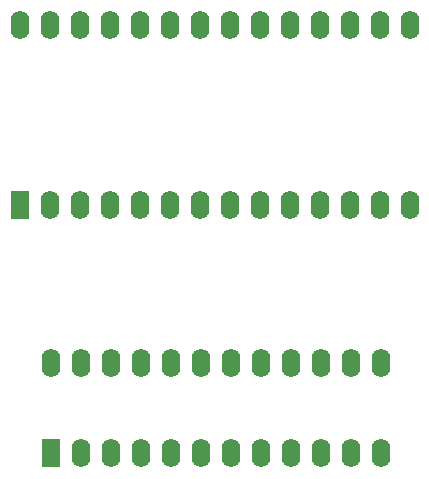
<source format=gbr>
%TF.GenerationSoftware,KiCad,Pcbnew,8.0.2-8.0.2-0~ubuntu24.04.1*%
%TF.CreationDate,2024-06-01T21:52:56+10:00*%
%TF.ProjectId,NES_RAM-ADAPTER,4e45535f-5241-44d2-9d41-444150544552,rev?*%
%TF.SameCoordinates,Original*%
%TF.FileFunction,Soldermask,Bot*%
%TF.FilePolarity,Negative*%
%FSLAX46Y46*%
G04 Gerber Fmt 4.6, Leading zero omitted, Abs format (unit mm)*
G04 Created by KiCad (PCBNEW 8.0.2-8.0.2-0~ubuntu24.04.1) date 2024-06-01 21:52:56*
%MOMM*%
%LPD*%
G01*
G04 APERTURE LIST*
%ADD10O,1.600000X2.400000*%
%ADD11R,1.600000X2.400000*%
G04 APERTURE END LIST*
D10*
%TO.C,DIP-28_SRAM*%
X121315000Y-64955000D03*
X123855000Y-64955000D03*
X126395000Y-64955000D03*
X128935000Y-64955000D03*
X131475000Y-64955000D03*
X134015000Y-64955000D03*
X136555000Y-64955000D03*
X139095000Y-64955000D03*
X141635000Y-64955000D03*
X144175000Y-64955000D03*
X146715000Y-64955000D03*
X149255000Y-64955000D03*
X151795000Y-64955000D03*
X154335000Y-64955000D03*
X154335000Y-80195000D03*
X151795000Y-80195000D03*
X149255000Y-80195000D03*
X146715000Y-80195000D03*
X144175000Y-80195000D03*
X141635000Y-80195000D03*
X139095000Y-80195000D03*
X136555000Y-80195000D03*
X134015000Y-80195000D03*
X131475000Y-80195000D03*
X128935000Y-80195000D03*
X126395000Y-80195000D03*
X123855000Y-80195000D03*
D11*
X121315000Y-80195000D03*
%TD*%
%TO.C,NES_MAINBOARD_DIP24RAMPADS*%
X123952000Y-101219000D03*
D10*
X126492000Y-101219000D03*
X129032000Y-101219000D03*
X131572000Y-101219000D03*
X134112000Y-101219000D03*
X136652000Y-101219000D03*
X139192000Y-101219000D03*
X141732000Y-101219000D03*
X144272000Y-101219000D03*
X146812000Y-101219000D03*
X149352000Y-101219000D03*
X151892000Y-101219000D03*
X151892000Y-93599000D03*
X149352000Y-93599000D03*
X146812000Y-93599000D03*
X144272000Y-93599000D03*
X141732000Y-93599000D03*
X139192000Y-93599000D03*
X136652000Y-93599000D03*
X134112000Y-93599000D03*
X131572000Y-93599000D03*
X129032000Y-93599000D03*
X126492000Y-93599000D03*
X123952000Y-93599000D03*
%TD*%
M02*

</source>
